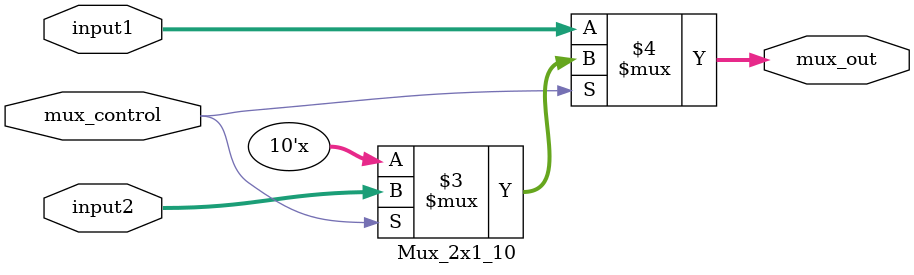
<source format=v>
module Mux_2x1_10 (mux_out, input1, input2, mux_control);

//This module is used for selecting one of the two 10 bit inputs to the output depending on the control signal provided

input [9:0] input1, input2;
input mux_control;
output [9:0] mux_out;

assign mux_out = (mux_control == 1'b0) ? input1 : (mux_control == 1'b1) ? input2 : 10'bx;

endmodule

</source>
